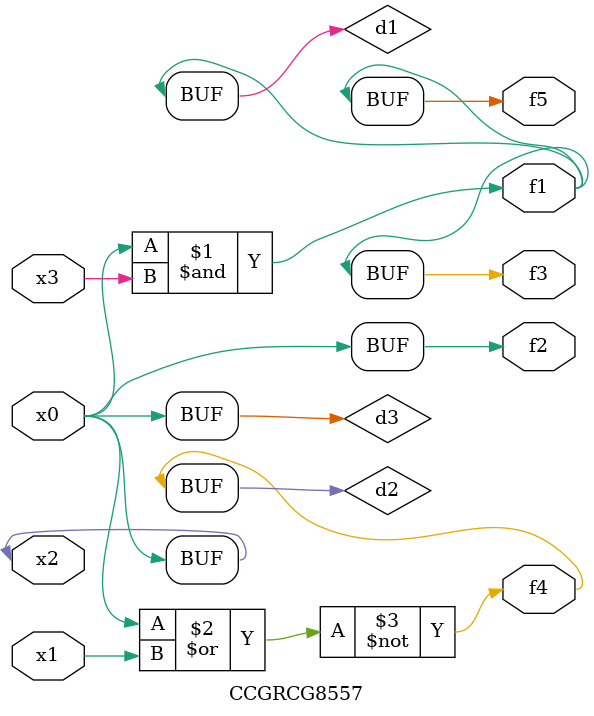
<source format=v>
module CCGRCG8557(
	input x0, x1, x2, x3,
	output f1, f2, f3, f4, f5
);

	wire d1, d2, d3;

	and (d1, x2, x3);
	nor (d2, x0, x1);
	buf (d3, x0, x2);
	assign f1 = d1;
	assign f2 = d3;
	assign f3 = d1;
	assign f4 = d2;
	assign f5 = d1;
endmodule

</source>
